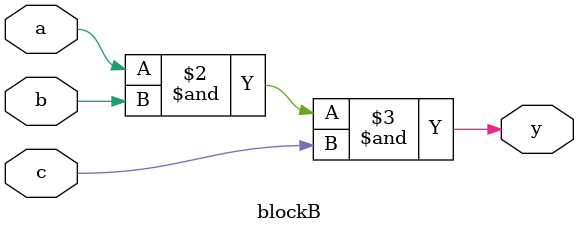
<source format=sv>
module blockB(
  input a, b,c, 
  output reg y
);

  always @(*) begin
    y = a;
    y = y & b;
    y = y & c;
  end
endmodule
</source>
